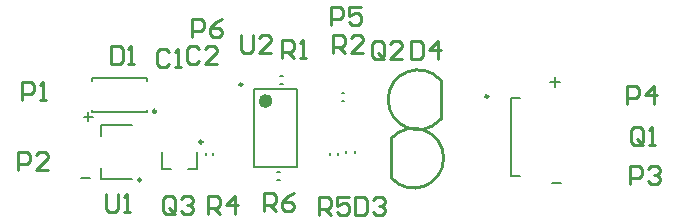
<source format=gto>
G04 Layer_Color=65535*
%FSTAX24Y24*%
%MOIN*%
G70*
G01*
G75*
%ADD27C,0.0236*%
%ADD44C,0.0100*%
%ADD45C,0.0098*%
%ADD46C,0.0039*%
%ADD47C,0.0079*%
%ADD48C,0.0071*%
D27*
X028083Y032906D02*
G03*
X028083Y032906I-000118J0D01*
G01*
D44*
X0338Y0336D02*
G03*
X033786Y032282I-000754J-000651D01*
G01*
X03215Y03035D02*
G03*
X032164Y031668I000754J000651D01*
G01*
X0338Y032302D02*
Y0336D01*
X03215Y03035D02*
Y031648D01*
X02715Y0351D02*
Y0346D01*
X02725Y0345D01*
X02745D01*
X02755Y0346D01*
Y0351D01*
X02815Y0345D02*
X02775D01*
X02815Y0349D01*
Y035D01*
X02805Y0351D01*
X02785D01*
X02775Y035D01*
X02265Y0298D02*
Y0293D01*
X02275Y0292D01*
X02295D01*
X02305Y0293D01*
Y0298D01*
X02325Y0292D02*
X02345D01*
X02335D01*
Y0298D01*
X02325Y0297D01*
X0279Y02925D02*
Y02985D01*
X0282D01*
X0283Y02975D01*
Y02955D01*
X0282Y02945D01*
X0279D01*
X0281D02*
X0283Y02925D01*
X0289Y02985D02*
X0287Y02975D01*
X0285Y02955D01*
Y02935D01*
X0286Y02925D01*
X0288D01*
X0289Y02935D01*
Y02945D01*
X0288Y02955D01*
X0285D01*
X02975Y0291D02*
Y0297D01*
X03005D01*
X03015Y0296D01*
Y0294D01*
X03005Y0293D01*
X02975D01*
X02995D02*
X03015Y0291D01*
X03075Y0297D02*
X03035D01*
Y0294D01*
X03055Y0295D01*
X03065D01*
X03075Y0294D01*
Y0292D01*
X03065Y0291D01*
X03045D01*
X03035Y0292D01*
X02605Y02915D02*
Y02975D01*
X02635D01*
X02645Y02965D01*
Y02945D01*
X02635Y02935D01*
X02605D01*
X02625D02*
X02645Y02915D01*
X02695D02*
Y02975D01*
X02665Y02945D01*
X02705D01*
X0302Y0345D02*
Y0351D01*
X0305D01*
X0306Y035D01*
Y0348D01*
X0305Y0347D01*
X0302D01*
X0304D02*
X0306Y0345D01*
X0312D02*
X0308D01*
X0312Y0349D01*
Y035D01*
X0311Y0351D01*
X0309D01*
X0308Y035D01*
X0285Y03435D02*
Y03495D01*
X0288D01*
X0289Y03485D01*
Y03465D01*
X0288Y03455D01*
X0285D01*
X0287D02*
X0289Y03435D01*
X0291D02*
X0293D01*
X0292D01*
Y03495D01*
X0291Y03485D01*
X02495Y02925D02*
Y02965D01*
X02485Y02975D01*
X02465D01*
X02455Y02965D01*
Y02925D01*
X02465Y02915D01*
X02485D01*
X02475Y02935D02*
X02495Y02915D01*
X02485D02*
X02495Y02925D01*
X02515Y02965D02*
X02525Y02975D01*
X02545D01*
X02555Y02965D01*
Y02955D01*
X02545Y02945D01*
X02535D01*
X02545D01*
X02555Y02935D01*
Y02925D01*
X02545Y02915D01*
X02525D01*
X02515Y02925D01*
X0319Y0344D02*
Y0348D01*
X0318Y0349D01*
X0316D01*
X0315Y0348D01*
Y0344D01*
X0316Y0343D01*
X0318D01*
X0317Y0345D02*
X0319Y0343D01*
X0318D02*
X0319Y0344D01*
X0325Y0343D02*
X0321D01*
X0325Y0347D01*
Y0348D01*
X0324Y0349D01*
X0322D01*
X0321Y0348D01*
X04055Y03155D02*
Y03195D01*
X04045Y03205D01*
X04025D01*
X04015Y03195D01*
Y03155D01*
X04025Y03145D01*
X04045D01*
X04035Y03165D02*
X04055Y03145D01*
X04045D02*
X04055Y03155D01*
X04075Y03145D02*
X04095D01*
X04085D01*
Y03205D01*
X04075Y03195D01*
X0255Y03505D02*
Y03565D01*
X0258D01*
X0259Y03555D01*
Y03535D01*
X0258Y03525D01*
X0255D01*
X0265Y03565D02*
X0263Y03555D01*
X0261Y03535D01*
Y03515D01*
X0262Y03505D01*
X0264D01*
X0265Y03515D01*
Y03525D01*
X0264Y03535D01*
X0261D01*
X03015Y03545D02*
Y03605D01*
X03045D01*
X03055Y03595D01*
Y03575D01*
X03045Y03565D01*
X03015D01*
X03115Y03605D02*
X03075D01*
Y03575D01*
X03095Y03585D01*
X03105D01*
X03115Y03575D01*
Y03555D01*
X03105Y03545D01*
X03085D01*
X03075Y03555D01*
X04Y0328D02*
Y0334D01*
X0403D01*
X0404Y0333D01*
Y0331D01*
X0403Y033D01*
X04D01*
X0409Y0328D02*
Y0334D01*
X0406Y0331D01*
X041D01*
X0401Y03015D02*
Y03075D01*
X0404D01*
X0405Y03065D01*
Y03045D01*
X0404Y03035D01*
X0401D01*
X0407Y03065D02*
X0408Y03075D01*
X041D01*
X0411Y03065D01*
Y03055D01*
X041Y03045D01*
X0409D01*
X041D01*
X0411Y03035D01*
Y03025D01*
X041Y03015D01*
X0408D01*
X0407Y03025D01*
X0197Y0306D02*
Y0312D01*
X02D01*
X0201Y0311D01*
Y0309D01*
X02Y0308D01*
X0197D01*
X0207Y0306D02*
X0203D01*
X0207Y031D01*
Y0311D01*
X0206Y0312D01*
X0204D01*
X0203Y0311D01*
X01985Y03295D02*
Y03355D01*
X02015D01*
X02025Y03345D01*
Y03325D01*
X02015Y03315D01*
X01985D01*
X02045Y03295D02*
X02065D01*
X02055D01*
Y03355D01*
X02045Y03345D01*
X0328Y0349D02*
Y0343D01*
X0331D01*
X0332Y0344D01*
Y0348D01*
X0331Y0349D01*
X0328D01*
X0337Y0343D02*
Y0349D01*
X0334Y0346D01*
X0338D01*
X03095Y0297D02*
Y0291D01*
X03125D01*
X03135Y0292D01*
Y0296D01*
X03125Y0297D01*
X03095D01*
X03155Y0296D02*
X03165Y0297D01*
X03185D01*
X03195Y0296D01*
Y0295D01*
X03185Y0294D01*
X03175D01*
X03185D01*
X03195Y0293D01*
Y0292D01*
X03185Y0291D01*
X03165D01*
X03155Y0292D01*
X022796Y03475D02*
Y03415D01*
X023096D01*
X023196Y03425D01*
Y03465D01*
X023096Y03475D01*
X022796D01*
X023395Y03415D02*
X023595D01*
X023495D01*
Y03475D01*
X023395Y03465D01*
X02575D02*
X02565Y03475D01*
X02545D01*
X02535Y03465D01*
Y03425D01*
X02545Y03415D01*
X02565D01*
X02575Y03425D01*
X02635Y03415D02*
X02595D01*
X02635Y03455D01*
Y03465D01*
X02625Y03475D01*
X02605D01*
X02595Y03465D01*
X02475Y03455D02*
X02465Y03465D01*
X02445D01*
X02435Y03455D01*
Y03415D01*
X02445Y03405D01*
X02465D01*
X02475Y03415D01*
X02495Y03405D02*
X02515D01*
X02505D01*
Y03465D01*
X02495Y03455D01*
D45*
X024311Y032559D02*
G03*
X024311Y032559I-000049J0D01*
G01*
X023812Y030275D02*
G03*
X023812Y030275I-000049J0D01*
G01*
X025858Y031541D02*
G03*
X025858Y031541I-000049J0D01*
G01*
X027188Y033457D02*
G03*
X027188Y033457I-000049J0D01*
G01*
X035385Y03306D02*
G03*
X035385Y03306I-000049J0D01*
G01*
D46*
X030549Y030683D02*
G03*
X030549Y030683I-00002J0D01*
G01*
D47*
X022194Y033582D02*
Y033671D01*
X024006Y033582D02*
Y033671D01*
X022194Y032529D02*
Y032618D01*
X024006Y032529D02*
Y032618D01*
X022194Y033671D02*
X024006D01*
X022194Y032529D02*
X024006D01*
X022484Y031732D02*
Y032106D01*
X023507D01*
X022484Y030294D02*
Y030668D01*
Y030294D02*
X023507D01*
X024509Y030646D02*
X024824D01*
X024509D02*
Y031197D01*
X025376Y030646D02*
X025691D01*
Y031197D01*
X028461Y033472D02*
X028539D01*
X028461Y033728D02*
X028539D01*
X027572Y030701D02*
Y033299D01*
X029028Y030701D02*
Y033299D01*
X027572D02*
X029028D01*
X027572Y030701D02*
X029028D01*
X025972Y031111D02*
Y031189D01*
X026228Y031111D02*
Y031189D01*
X030511Y032922D02*
X030589D01*
X030511Y033178D02*
X030589D01*
X030378Y031111D02*
Y031189D01*
X030122Y031111D02*
Y031189D01*
X030652Y031161D02*
Y031239D01*
X030948Y031161D02*
Y031239D01*
X036143Y032999D02*
X036458D01*
X036143Y030401D02*
Y032999D01*
Y030401D02*
X036458D01*
X028361Y030528D02*
X028439D01*
X028361Y030272D02*
X028439D01*
D48*
X0218Y030336D02*
X022115D01*
X0219Y032386D02*
X022215D01*
X022057Y032544D02*
Y032229D01*
X03745Y033536D02*
X037765D01*
X037607Y033694D02*
Y033379D01*
X0375Y030186D02*
X037815D01*
M02*

</source>
